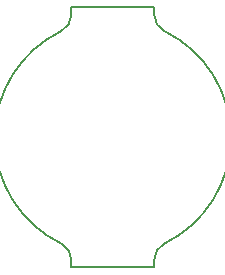
<source format=gbr>
%TF.GenerationSoftware,KiCad,Pcbnew,(6.0.9)*%
%TF.CreationDate,2023-06-19T17:18:25-04:00*%
%TF.ProjectId,ckc-mx,636b632d-6d78-42e6-9b69-6361645f7063,rev?*%
%TF.SameCoordinates,Original*%
%TF.FileFunction,Profile,NP*%
%FSLAX46Y46*%
G04 Gerber Fmt 4.6, Leading zero omitted, Abs format (unit mm)*
G04 Created by KiCad (PCBNEW (6.0.9)) date 2023-06-19 17:18:25*
%MOMM*%
%LPD*%
G01*
G04 APERTURE LIST*
%TA.AperFunction,Profile*%
%ADD10C,0.200000*%
%TD*%
G04 APERTURE END LIST*
D10*
X144058956Y-56887750D02*
G75*
G03*
X144058956Y-74874750I4372294J-8993500D01*
G01*
X151931250Y-55493758D02*
X151931250Y-54881250D01*
X144931250Y-54881250D02*
X144931250Y-55493758D01*
X151931316Y-55493758D02*
G75*
G03*
X152803544Y-56887750I1549984J-42D01*
G01*
X151931250Y-76881250D02*
X151931250Y-76268742D01*
X144931250Y-76268742D02*
X144931250Y-76881250D01*
X144931250Y-76881250D02*
X151931250Y-76881250D01*
X144058960Y-56887759D02*
G75*
G03*
X144931250Y-55493758I-677660J1393959D01*
G01*
X152803554Y-74874771D02*
G75*
G03*
X151931250Y-76268742I677746J-1394029D01*
G01*
X144931240Y-76268742D02*
G75*
G03*
X144058956Y-74874750I-1549940J42D01*
G01*
X151931250Y-54881250D02*
X144931250Y-54881250D01*
X152803544Y-74874750D02*
G75*
G03*
X152803544Y-56887750I-4372294J8993500D01*
G01*
M02*

</source>
